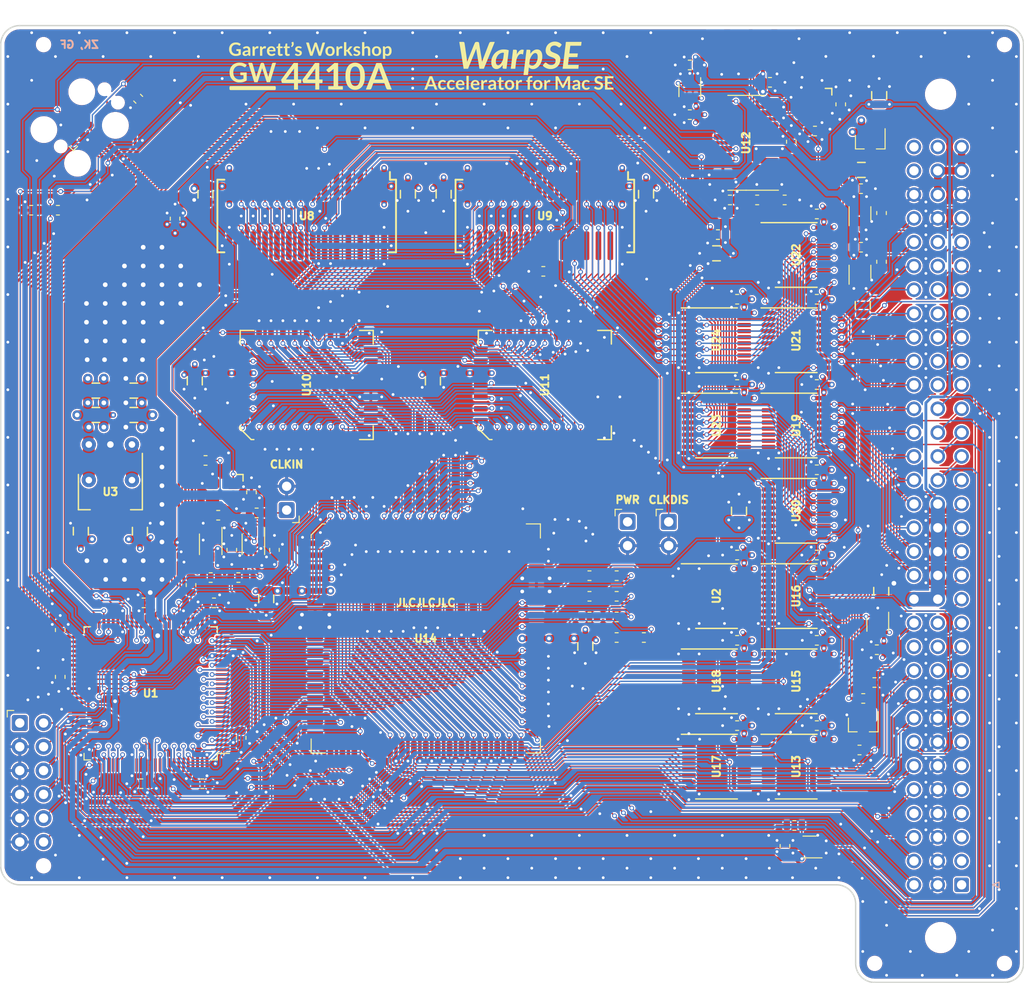
<source format=kicad_pcb>
(kicad_pcb
	(version 20240108)
	(generator "pcbnew")
	(generator_version "8.0")
	(general
		(thickness 1.6108)
		(legacy_teardrops no)
	)
	(paper "A4")
	(title_block
		(title "WarpSE (GW4410A)")
		(date "2024-04-23")
		(rev "1.0")
		(company "Garrett's Workshop")
	)
	(layers
		(0 "F.Cu" signal)
		(1 "In1.Cu" power)
		(2 "In2.Cu" power)
		(31 "B.Cu" signal)
		(32 "B.Adhes" user "B.Adhesive")
		(33 "F.Adhes" user "F.Adhesive")
		(34 "B.Paste" user)
		(35 "F.Paste" user)
		(36 "B.SilkS" user "B.Silkscreen")
		(37 "F.SilkS" user "F.Silkscreen")
		(38 "B.Mask" user)
		(39 "F.Mask" user)
		(40 "Dwgs.User" user "User.Drawings")
		(41 "Cmts.User" user "User.Comments")
		(42 "Eco1.User" user "User.Eco1")
		(43 "Eco2.User" user "User.Eco2")
		(44 "Edge.Cuts" user)
		(45 "Margin" user)
		(46 "B.CrtYd" user "B.Courtyard")
		(47 "F.CrtYd" user "F.Courtyard")
		(48 "B.Fab" user)
		(49 "F.Fab" user)
	)
	(setup
		(stackup
			(layer "F.SilkS"
				(type "Top Silk Screen")
			)
			(layer "F.Paste"
				(type "Top Solder Paste")
			)
			(layer "F.Mask"
				(type "Top Solder Mask")
				(thickness 0.01)
			)
			(layer "F.Cu"
				(type "copper")
				(thickness 0.035)
			)
			(layer "dielectric 1"
				(type "core")
				(thickness 0.2104)
				(material "FR4")
				(epsilon_r 4.6)
				(loss_tangent 0.02)
			)
			(layer "In1.Cu"
				(type "copper")
				(thickness 0.0175)
			)
			(layer "dielectric 2"
				(type "prepreg")
				(thickness 1.065)
				(material "FR4")
				(epsilon_r 4.5)
				(loss_tangent 0.02)
			)
			(layer "In2.Cu"
				(type "copper")
				(thickness 0.0175)
			)
			(layer "dielectric 3"
				(type "core")
				(thickness 0.2104)
				(material "FR4")
				(epsilon_r 4.6)
				(loss_tangent 0.02)
			)
			(layer "B.Cu"
				(type "copper")
				(thickness 0.035)
			)
			(layer "B.Mask"
				(type "Bottom Solder Mask")
				(thickness 0.01)
			)
			(layer "B.Paste"
				(type "Bottom Solder Paste")
			)
			(layer "B.SilkS"
				(type "Bottom Silk Screen")
			)
			(copper_finish "None")
			(dielectric_constraints no)
		)
		(pad_to_mask_clearance 0.0762)
		(solder_mask_min_width 0.127)
		(pad_to_paste_clearance -0.0381)
		(allow_soldermask_bridges_in_footprints no)
		(pcbplotparams
			(layerselection 0x00010fc_ffffffff)
			(plot_on_all_layers_selection 0x0000000_00000000)
			(disableapertmacros no)
			(usegerberextensions yes)
			(usegerberattributes no)
			(usegerberadvancedattributes no)
			(creategerberjobfile no)
			(dashed_line_dash_ratio 12.000000)
			(dashed_line_gap_ratio 3.000000)
			(svgprecision 6)
			(plotframeref no)
			(viasonmask no)
			(mode 1)
			(useauxorigin no)
			(hpglpennumber 1)
			(hpglpenspeed 20)
			(hpglpendiameter 15.000000)
			(pdf_front_fp_property_popups yes)
			(pdf_back_fp_property_popups yes)
			(dxfpolygonmode yes)
			(dxfimperialunits yes)
			(dxfusepcbnewfont yes)
			(psnegative no)
			(psa4output no)
			(plotreference yes)
			(plotvalue yes)
			(plotfptext yes)
			(plotinvisibletext no)
			(sketchpadsonfab no)
			(subtractmaskfromsilk yes)
			(outputformat 1)
			(mirror no)
			(drillshape 0)
			(scaleselection 1)
			(outputdirectory "gerber/")
		)
	)
	(net 0 "")
	(net 1 "GND")
	(net 2 "+5V")
	(net 3 "+3V3")
	(net 4 "-5V")
	(net 5 "+12V")
	(net 6 "-12V")
	(net 7 "USB5V")
	(net 8 "Net-(U12-XO)")
	(net 9 "Net-(U12-XI)")
	(net 10 "/Buf/MacA1")
	(net 11 "/Buf/MacA2")
	(net 12 "/Buf/MacA3")
	(net 13 "/Buf/MacA4")
	(net 14 "/Buf/MacA5")
	(net 15 "/Buf/MacA6")
	(net 16 "/Buf/MacA7")
	(net 17 "/Buf/MacA8")
	(net 18 "/Buf/MacA9")
	(net 19 "/Buf/MacA10")
	(net 20 "/Buf/MacA11")
	(net 21 "/Buf/MacA12")
	(net 22 "/Buf/MacA13")
	(net 23 "/Buf/MacA14")
	(net 24 "/Control/~{RESET}")
	(net 25 "/Buf/MacA15")
	(net 26 "/Control/Mac~{AS}")
	(net 27 "/Control/Mac~{UDS}")
	(net 28 "/Control/Mac~{LDS}")
	(net 29 "/Control/MacR~{W}")
	(net 30 "/Control/Mac~{DTACK}")
	(net 31 "/Buf/MacA16")
	(net 32 "/Control/Mac~{VMA}")
	(net 33 "/Control/Mac~{VPA}")
	(net 34 "/Buf/MacA17")
	(net 35 "/Buf/MacA18")
	(net 36 "/Buf/MacA19")
	(net 37 "/Buf/MacA20")
	(net 38 "/Buf/MacA21")
	(net 39 "/Buf/MacA22")
	(net 40 "/Buf/MacA23")
	(net 41 "/Control/Mac~{BERR}")
	(net 42 "/Control/~{IPL}2")
	(net 43 "/MC68k/~{IPL}1")
	(net 44 "/MC68k/~{IPL}0")
	(net 45 "unconnected-(J1A-FC2-PadA1)")
	(net 46 "unconnected-(J1A-FC1-PadA2)")
	(net 47 "unconnected-(J1A-FC0-PadA3)")
	(net 48 "unconnected-(J1B-NC-PadB10)")
	(net 49 "unconnected-(J1B-NC-PadB11)")
	(net 50 "unconnected-(J1B-~{HALT}-PadB12)")
	(net 51 "unconnected-(J1B-NC-PadB22)")
	(net 52 "unconnected-(J1B-NC-PadB23)")
	(net 53 "unconnected-(J1B-NC-PadB24)")
	(net 54 "unconnected-(J1B-NC-PadB25)")
	(net 55 "/Control/Mac~{BR}")
	(net 56 "unconnected-(J1B-NC-PadB26)")
	(net 57 "/Buf/MacD0")
	(net 58 "/Buf/MacD1")
	(net 59 "/Buf/MacD2")
	(net 60 "/Buf/MacD3")
	(net 61 "/Buf/MacD4")
	(net 62 "/Buf/MacD5")
	(net 63 "/Buf/MacD6")
	(net 64 "/Buf/MacD7")
	(net 65 "/Buf/MacD8")
	(net 66 "/Buf/MacD9")
	(net 67 "/Buf/MacD10")
	(net 68 "/Buf/MacD11")
	(net 69 "/Buf/MacD12")
	(net 70 "/Buf/MacD13")
	(net 71 "/Buf/MacD14")
	(net 72 "/Buf/MacD15")
	(net 73 "unconnected-(J1B-NC-PadB27)")
	(net 74 "/Control/TMS")
	(net 75 "/Control/TCK")
	(net 76 "unconnected-(J1B-~{EXT.DTK}-PadB28)")
	(net 77 "/Control/TDI")
	(net 78 "unconnected-(J1C-~{BGACK}-PadC4)")
	(net 79 "unconnected-(J1C-~{PMCYC}-PadC11)")
	(net 80 "unconnected-(J1C-NC-PadC31)")
	(net 81 "/Control/TDO")
	(net 82 "unconnected-(J2-Pin_6-Pad6)")
	(net 83 "unconnected-(J2-Pin_7-Pad7)")
	(net 84 "unconnected-(J2-Pin_8-Pad8)")
	(net 85 "/Buf/Aout23")
	(net 86 "Net-(J3-D-)")
	(net 87 "Net-(J3-D+)")
	(net 88 "/Clk.sch/MCLK")
	(net 89 "/Control/Acc~{VPA}")
	(net 90 "/Control/Acc~{BERR}")
	(net 91 "/Buf/Din~{OE}")
	(net 92 "/Buf/Dout~{OE}")
	(net 93 "/Buf/Aout~{OE}")
	(net 94 "/Buf/DinLE")
	(net 95 "/Buf/ADoutLE0")
	(net 96 "/Buf/ADoutLE1")
	(net 97 "/Buf/AccA5")
	(net 98 "/Buf/AccA6")
	(net 99 "/Buf/AccA7")
	(net 100 "/Buf/AccA8")
	(net 101 "/Buf/AccA9")
	(net 102 "/Control/U~{WE}")
	(net 103 "/Control/L~{WE}")
	(net 104 "/Control/~{RAS}")
	(net 105 "/Control/RA11")
	(net 106 "Net-(U6-Q)")
	(net 107 "/Buf/AccA10")
	(net 108 "/Control/RA9")
	(net 109 "/Control/RA10")
	(net 110 "/Control/RA8")
	(net 111 "/Control/RA0")
	(net 112 "/Control/RA7")
	(net 113 "/Control/RA1")
	(net 114 "/Buf/AccA11")
	(net 115 "/Control/RA6")
	(net 116 "/Control/RA2")
	(net 117 "/Control/RA5")
	(net 118 "/Control/RA3")
	(net 119 "/Control/RA4")
	(net 120 "/Buf/AccA12")
	(net 121 "/Control/~{OE}")
	(net 122 "/Control/~{CAS}")
	(net 123 "/Control/ROM~{OE}")
	(net 124 "/Control/ROM~{WE}")
	(net 125 "/Control/Acc~{UDS}")
	(net 126 "/Control/Acc~{AS}")
	(net 127 "/Control/Acc~{LDS}")
	(net 128 "/Buf/AccA13")
	(net 129 "/Control/Acc~{DTACK}")
	(net 130 "/Buf/AccA14")
	(net 131 "/Buf/AccA15")
	(net 132 "/Buf/AccA16")
	(net 133 "/Buf/AccA17")
	(net 134 "/Buf/AccA18")
	(net 135 "/Buf/AccA19")
	(net 136 "/Buf/AccA20")
	(net 137 "/Buf/AccA21")
	(net 138 "/Buf/AccA22")
	(net 139 "/Buf/AccA23")
	(net 140 "unconnected-(U2-Q7-Pad12)")
	(net 141 "Net-(U7-Q)")
	(net 142 "/Clk.sch/FCLK")
	(net 143 "/Control/DBG5")
	(net 144 "Net-(U5-Output)")
	(net 145 "Net-(U6-CK)")
	(net 146 "/Control/Mac~{BG}")
	(net 147 "/Prog/TCKrc")
	(net 148 "/Control/DBG0")
	(net 149 "/Buf/AccD6")
	(net 150 "/Buf/AccD7")
	(net 151 "/Buf/AccD5")
	(net 152 "/Buf/AccD3")
	(net 153 "/Buf/AccD1")
	(net 154 "/Buf/AccD2")
	(net 155 "/Buf/AccD4")
	(net 156 "/Buf/AccD14")
	(net 157 "/Buf/AccD15")
	(net 158 "/Buf/AccD13")
	(net 159 "/Buf/AccD11")
	(net 160 "/Buf/AccD9")
	(net 161 "/Buf/AccD8")
	(net 162 "/Buf/AccD10")
	(net 163 "/Buf/AccD12")
	(net 164 "/Buf/AccA1")
	(net 165 "/Buf/AccA2")
	(net 166 "/Buf/AccA3")
	(net 167 "/Control/DBG1")
	(net 168 "/Control/DBG4")
	(net 169 "unconnected-(U16-Q7-Pad12)")
	(net 170 "Net-(U16-D6)")
	(net 171 "Net-(U16-D5)")
	(net 172 "/Buf/AccA4")
	(net 173 "Net-(U16-D4)")
	(net 174 "Net-(U16-D3)")
	(net 175 "Net-(U16-D2)")
	(net 176 "Net-(U16-D1)")
	(net 177 "Net-(U16-D0)")
	(net 178 "Net-(U6-D)")
	(net 179 "/Buf/AccD0")
	(net 180 "Net-(U13-D0)")
	(net 181 "Net-(U13-D1)")
	(net 182 "Net-(U13-D2)")
	(net 183 "Net-(U13-D3)")
	(net 184 "Net-(U13-D4)")
	(net 185 "Net-(U13-D5)")
	(net 186 "Net-(U13-D6)")
	(net 187 "Net-(U13-D7)")
	(net 188 "unconnected-(U14-BG-Pad11)")
	(net 189 "unconnected-(U14-NC-Pad18)")
	(net 190 "unconnected-(U14-VMA-Pad21)")
	(net 191 "unconnected-(U14-E-Pad22)")
	(net 192 "unconnected-(U14-FC2-Pad28)")
	(net 193 "unconnected-(U14-FC1-Pad29)")
	(net 194 "unconnected-(U14-FC0-Pad30)")
	(net 195 "unconnected-(U14-NC-Pad31)")
	(net 196 "Net-(U15-D0)")
	(net 197 "Net-(U15-D1)")
	(net 198 "Net-(U15-D2)")
	(net 199 "Net-(U15-D3)")
	(net 200 "Net-(U15-D4)")
	(net 201 "Net-(U15-D5)")
	(net 202 "Net-(U15-D6)")
	(net 203 "Net-(U15-D7)")
	(net 204 "Net-(U19-D0)")
	(net 205 "/Prog/UTCK")
	(net 206 "Net-(U19-D1)")
	(net 207 "/Buf/Aout22")
	(net 208 "Net-(U19-D2)")
	(net 209 "Net-(U19-D3)")
	(net 210 "Net-(U19-D4)")
	(net 211 "Net-(U19-D5)")
	(net 212 "Net-(U19-D6)")
	(net 213 "Net-(U19-D7)")
	(net 214 "Net-(U21-D0)")
	(net 215 "Net-(U21-D1)")
	(net 216 "Net-(U21-D2)")
	(net 217 "Net-(U21-D3)")
	(net 218 "Net-(U21-D4)")
	(net 219 "Net-(U21-D5)")
	(net 220 "Net-(U21-D6)")
	(net 221 "Net-(U21-D7)")
	(net 222 "/Clk.sch/MCKE")
	(net 223 "/Buf/GA23")
	(net 224 "/Buf/GA22")
	(net 225 "/ClkBuf/E")
	(net 226 "/ClkBuf/BE")
	(net 227 "/ClkBuf/C8M")
	(net 228 "/ClkBuf/BC8M")
	(net 229 "/ClkBuf/C16M")
	(net 230 "/ClkBuf/BC16M")
	(net 231 "Net-(U28-Y)")
	(net 232 "Net-(U27-Y)")
	(net 233 "Net-(U26-Y)")
	(net 234 "unconnected-(J3-ID-Pad4)")
	(net 235 "Net-(Q1-C)")
	(net 236 "Net-(Q1-B)")
	(net 237 "Net-(J5-Pin_1)")
	(net 238 "unconnected-(U6-~{Q}-Pad3)")
	(net 239 "/Clk.sch/CLKEN")
	(net 240 "+5Vin")
	(net 241 "unconnected-(U4-NC-Pad4)")
	(net 242 "unconnected-(U4-ST-Pad5)")
	(net 243 "unconnected-(U25-NC-Pad4)")
	(net 244 "unconnected-(U25-ST-Pad5)")
	(net 245 "/Control/AccR~{W}")
	(net 246 "/Buf/Aout21")
	(net 247 "/Buf/Aout20")
	(net 248 "/Buf/GA21")
	(net 249 "/Buf/GA20")
	(net 250 "Net-(Q2-B)")
	(footprint "stdpads:C_0805" (layer "F.Cu") (at 113.4 76.8))
	(footprint "stdpads:C_0805" (layer "F.Cu") (at 117.45 76.8))
	(footprint "stdpads:C_0805" (layer "F.Cu") (at 117.45 79.4))
	(footprint "stdpads:C_0805" (layer "F.Cu") (at 113.4 79.4))
	(footprint "stdpads:TQFP-100_14x14mm_P0.5mm" (layer "F.Cu") (at 119.25 109.1 90))
	(footprint "stdpads:SOJ-28_300mil" (layer "F.Cu") (at 161.29 58.166 -90))
	(footprint "stdpads:DIN41612_R_3x32_Male_Vertical_THT" (layer "F.Cu") (at 205.74 129.54 180))
	(footprint "stdpads:C_0603" (layer "F.Cu") (at 126 99.45))
	(footprint "stdpads:TSSOP-20_4.4x6.5mm_P0.65mm" (layer "F.Cu") (at 179.6 98.725 -90))
	(footprint "stdpads:C_0603" (layer "F.Cu") (at 181.8 94.35 180))
	(footprint "stdpads:C_0603" (layer "F.Cu") (at 190.3 57.95 180))
	(footprint "stdpads:C_0603" (layer "F.Cu") (at 190.3 94.35 180))
	(footprint "stdpads:C_0603" (layer "F.Cu") (at 190.3 85.25 180))
	(footprint "stdpads:C_0603" (layer "F.Cu") (at 181.8 112.55 180))
	(footprint "stdpads:C_0603" (layer "F.Cu") (at 190.3 112.55 180))
	(footprint "stdpads:C_0603" (layer "F.Cu") (at 190.3 67.05 180))
	(footprint "stdpads:C_0603" (layer "F.Cu") (at 181.8 67.05 180))
	(footprint "stdpads:C_0603" (layer "F.Cu") (at 181.8 76.15 180))
	(footprint "stdpads:C_0603" (layer "F.Cu") (at 181.8 103.45 180))
	(footprint "stdpads:C_0603" (layer "F.Cu") (at 190.3 103.45 180))
	(footprint "stdpads:C_0805" (layer "F.Cu") (at 197.1675 98.21 90))
	(footprint "stdpads:C_0805" (layer "F.Cu") (at 131.572 99.021 -90))
	(footprint "stdpads:C_0805" (layer "F.Cu") (at 165.608 104.101 -90))
	(footprint "stdpads:TSSOP-20_4.4x6.5mm_P0.65mm" (layer "F.Cu") (at 179.6 71.425 -90))
	(footprint "stdpads:TSSOP-20_4.4x6.5mm_P0.65mm" (layer "F.Cu") (at 179.6 80.525 -90))
	(footprint "stdpads:TSSOP-20_4.4x6.5mm_P0.65mm"
		(layer "F.Cu")
		(uuid "00000000-0000-0000-0000-000061aa2cab")
		(at 188.1 62.325 -90)
		(descr "20-Lead Plastic Thin Shrink Small Outline (ST)-4.4 mm Body [TSSOP] (see Microchip Packaging Specification 00000049BS.pdf)")
		(tags "SSOP 0.65")
		(property "Reference" "U22"
			(at 0 0 90)
			(layer "F.Fab")
			(uuid "a9ad1c02-93c5-4bc7-9cfb-3f8f51861932")
			(effects
				(font
					(size 0.8128 0.8128)
					(thickness 0.2032)
				)
			)
		)
		(property "Value" "74AHCT573PW"
			(at 0 1.016 90)
			(layer "F.Fab")
			(uuid "535b12d4-5fc1-4337-b714-c5e84fa1429a")
			(effects
				(font
					(size 0.508 0.508)
					(thickness 0.127)
				)
			)
		)
		(property "Footprint" "stdpads:TSSOP-20_4.4x6.5mm_P0.65mm"
			(at 0 0 -90)
			(layer "F.Fab")
			(hide yes)
			(uuid "33555f2f-0d36-4df5-a108-43fb527f9e57")
			(effects
				(font
					(size 1.27 1.27)
					(thickness 0.15)
				)
			)
		)
		(property "Datasheet" ""
			(at 0 0 -90)
			(layer "F.Fab")
			(hide yes)
			(uuid "9d836246-1c97-4f4a-acd5-48c2d13c7300")
			(effects
				(font
					(size 1.27 1.27)
					(thickness 0.15)
	
... [5152671 chars truncated]
</source>
